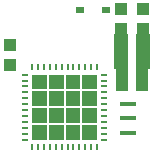
<source format=gbr>
G04 EAGLE Gerber RS-274X export*
G75*
%MOMM*%
%FSLAX34Y34*%
%LPD*%
%INSolderpaste Bottom*%
%IPPOS*%
%AMOC8*
5,1,8,0,0,1.08239X$1,22.5*%
G01*
%ADD10R,1.300000X1.500000*%
%ADD11R,1.100000X1.000000*%
%ADD12R,0.550000X0.254000*%
%ADD13R,0.254000X0.550000*%
%ADD14R,1.399997X0.400000*%
%ADD15R,0.800000X0.500000*%

G36*
X-10460Y-19826D02*
X-10460Y-19826D01*
X-10457Y-19827D01*
X-10414Y-19807D01*
X-10371Y-19789D01*
X-10370Y-19787D01*
X-10368Y-19786D01*
X-10335Y-19701D01*
X-10335Y-7477D01*
X-10336Y-7475D01*
X-10335Y-7473D01*
X-10355Y-7430D01*
X-10374Y-7386D01*
X-10376Y-7386D01*
X-10377Y-7384D01*
X-10462Y-7351D01*
X-22686Y-7351D01*
X-22688Y-7352D01*
X-22690Y-7351D01*
X-22733Y-7371D01*
X-22776Y-7389D01*
X-22777Y-7391D01*
X-22779Y-7392D01*
X-22812Y-7477D01*
X-22812Y-19701D01*
X-22811Y-19703D01*
X-22812Y-19705D01*
X-22792Y-19748D01*
X-22773Y-19792D01*
X-22771Y-19792D01*
X-22770Y-19794D01*
X-22686Y-19827D01*
X-10462Y-19827D01*
X-10460Y-19826D01*
G37*
G36*
X17989Y-19826D02*
X17989Y-19826D01*
X17991Y-19827D01*
X18034Y-19807D01*
X18077Y-19789D01*
X18078Y-19787D01*
X18080Y-19786D01*
X18113Y-19701D01*
X18113Y-7477D01*
X18112Y-7475D01*
X18113Y-7473D01*
X18093Y-7430D01*
X18074Y-7386D01*
X18072Y-7386D01*
X18071Y-7384D01*
X17987Y-7351D01*
X5763Y-7351D01*
X5761Y-7352D01*
X5758Y-7351D01*
X5715Y-7371D01*
X5672Y-7389D01*
X5671Y-7391D01*
X5669Y-7392D01*
X5636Y-7477D01*
X5636Y-19701D01*
X5637Y-19703D01*
X5636Y-19705D01*
X5656Y-19748D01*
X5675Y-19792D01*
X5677Y-19792D01*
X5678Y-19794D01*
X5763Y-19827D01*
X17987Y-19827D01*
X17989Y-19826D01*
G37*
G36*
X3765Y-19826D02*
X3765Y-19826D01*
X3767Y-19827D01*
X3810Y-19807D01*
X3853Y-19789D01*
X3854Y-19787D01*
X3856Y-19786D01*
X3889Y-19701D01*
X3889Y-7477D01*
X3888Y-7475D01*
X3889Y-7473D01*
X3869Y-7430D01*
X3850Y-7386D01*
X3848Y-7386D01*
X3847Y-7384D01*
X3763Y-7351D01*
X-8462Y-7351D01*
X-8464Y-7352D01*
X-8466Y-7351D01*
X-8509Y-7371D01*
X-8552Y-7389D01*
X-8553Y-7391D01*
X-8555Y-7392D01*
X-8588Y-7477D01*
X-8588Y-19701D01*
X-8587Y-19703D01*
X-8588Y-19705D01*
X-8568Y-19748D01*
X-8549Y-19792D01*
X-8547Y-19792D01*
X-8546Y-19794D01*
X-8462Y-19827D01*
X3763Y-19827D01*
X3765Y-19826D01*
G37*
G36*
X32213Y-19826D02*
X32213Y-19826D01*
X32215Y-19827D01*
X32258Y-19807D01*
X32301Y-19789D01*
X32302Y-19787D01*
X32304Y-19786D01*
X32337Y-19701D01*
X32337Y-7477D01*
X32336Y-7475D01*
X32337Y-7473D01*
X32317Y-7430D01*
X32298Y-7386D01*
X32296Y-7386D01*
X32295Y-7384D01*
X32211Y-7351D01*
X19987Y-7351D01*
X19985Y-7352D01*
X19982Y-7351D01*
X19939Y-7371D01*
X19896Y-7389D01*
X19895Y-7391D01*
X19893Y-7392D01*
X19860Y-7477D01*
X19860Y-19701D01*
X19861Y-19703D01*
X19860Y-19705D01*
X19880Y-19748D01*
X19899Y-19792D01*
X19901Y-19792D01*
X19902Y-19794D01*
X19987Y-19827D01*
X32211Y-19827D01*
X32213Y-19826D01*
G37*
G36*
X17989Y-34050D02*
X17989Y-34050D01*
X17991Y-34051D01*
X18034Y-34031D01*
X18077Y-34013D01*
X18078Y-34011D01*
X18080Y-34010D01*
X18113Y-33925D01*
X18113Y-21701D01*
X18112Y-21699D01*
X18113Y-21697D01*
X18093Y-21654D01*
X18074Y-21610D01*
X18072Y-21610D01*
X18071Y-21608D01*
X17987Y-21575D01*
X5763Y-21575D01*
X5761Y-21576D01*
X5758Y-21575D01*
X5715Y-21595D01*
X5672Y-21613D01*
X5671Y-21615D01*
X5669Y-21616D01*
X5636Y-21701D01*
X5636Y-33925D01*
X5637Y-33927D01*
X5636Y-33929D01*
X5656Y-33972D01*
X5675Y-34016D01*
X5677Y-34016D01*
X5678Y-34018D01*
X5763Y-34051D01*
X17987Y-34051D01*
X17989Y-34050D01*
G37*
G36*
X-10460Y-34050D02*
X-10460Y-34050D01*
X-10457Y-34051D01*
X-10414Y-34031D01*
X-10371Y-34013D01*
X-10370Y-34011D01*
X-10368Y-34010D01*
X-10335Y-33925D01*
X-10335Y-21701D01*
X-10336Y-21699D01*
X-10335Y-21697D01*
X-10355Y-21654D01*
X-10374Y-21610D01*
X-10376Y-21610D01*
X-10377Y-21608D01*
X-10462Y-21575D01*
X-22686Y-21575D01*
X-22688Y-21576D01*
X-22690Y-21575D01*
X-22733Y-21595D01*
X-22776Y-21613D01*
X-22777Y-21615D01*
X-22779Y-21616D01*
X-22812Y-21701D01*
X-22812Y-33925D01*
X-22811Y-33927D01*
X-22812Y-33929D01*
X-22792Y-33972D01*
X-22773Y-34016D01*
X-22771Y-34016D01*
X-22770Y-34018D01*
X-22686Y-34051D01*
X-10462Y-34051D01*
X-10460Y-34050D01*
G37*
G36*
X3765Y-34050D02*
X3765Y-34050D01*
X3767Y-34051D01*
X3810Y-34031D01*
X3853Y-34013D01*
X3854Y-34011D01*
X3856Y-34010D01*
X3889Y-33925D01*
X3889Y-21701D01*
X3888Y-21699D01*
X3889Y-21697D01*
X3869Y-21654D01*
X3850Y-21610D01*
X3848Y-21610D01*
X3847Y-21608D01*
X3763Y-21575D01*
X-8462Y-21575D01*
X-8464Y-21576D01*
X-8466Y-21575D01*
X-8509Y-21595D01*
X-8552Y-21613D01*
X-8553Y-21615D01*
X-8555Y-21616D01*
X-8588Y-21701D01*
X-8588Y-33925D01*
X-8587Y-33927D01*
X-8588Y-33929D01*
X-8568Y-33972D01*
X-8549Y-34016D01*
X-8547Y-34016D01*
X-8546Y-34018D01*
X-8462Y-34051D01*
X3763Y-34051D01*
X3765Y-34050D01*
G37*
G36*
X32213Y-34050D02*
X32213Y-34050D01*
X32215Y-34051D01*
X32258Y-34031D01*
X32301Y-34013D01*
X32302Y-34011D01*
X32304Y-34010D01*
X32337Y-33925D01*
X32337Y-21701D01*
X32336Y-21699D01*
X32337Y-21697D01*
X32317Y-21654D01*
X32298Y-21610D01*
X32296Y-21610D01*
X32295Y-21608D01*
X32211Y-21575D01*
X19987Y-21575D01*
X19985Y-21576D01*
X19982Y-21575D01*
X19939Y-21595D01*
X19896Y-21613D01*
X19895Y-21615D01*
X19893Y-21616D01*
X19860Y-21701D01*
X19860Y-33925D01*
X19861Y-33927D01*
X19860Y-33929D01*
X19880Y-33972D01*
X19899Y-34016D01*
X19901Y-34016D01*
X19902Y-34018D01*
X19987Y-34051D01*
X32211Y-34051D01*
X32213Y-34050D01*
G37*
G36*
X-10460Y-48274D02*
X-10460Y-48274D01*
X-10457Y-48275D01*
X-10414Y-48255D01*
X-10371Y-48237D01*
X-10370Y-48235D01*
X-10368Y-48234D01*
X-10335Y-48149D01*
X-10335Y-35925D01*
X-10336Y-35923D01*
X-10335Y-35921D01*
X-10355Y-35878D01*
X-10374Y-35834D01*
X-10376Y-35834D01*
X-10377Y-35832D01*
X-10462Y-35799D01*
X-22686Y-35799D01*
X-22688Y-35800D01*
X-22690Y-35799D01*
X-22733Y-35819D01*
X-22776Y-35837D01*
X-22777Y-35839D01*
X-22779Y-35840D01*
X-22812Y-35925D01*
X-22812Y-48149D01*
X-22811Y-48151D01*
X-22812Y-48153D01*
X-22792Y-48196D01*
X-22773Y-48240D01*
X-22771Y-48240D01*
X-22770Y-48242D01*
X-22686Y-48275D01*
X-10462Y-48275D01*
X-10460Y-48274D01*
G37*
G36*
X17989Y-48274D02*
X17989Y-48274D01*
X17991Y-48275D01*
X18034Y-48255D01*
X18077Y-48237D01*
X18078Y-48235D01*
X18080Y-48234D01*
X18113Y-48149D01*
X18113Y-35925D01*
X18112Y-35923D01*
X18113Y-35921D01*
X18093Y-35878D01*
X18074Y-35834D01*
X18072Y-35834D01*
X18071Y-35832D01*
X17987Y-35799D01*
X5763Y-35799D01*
X5761Y-35800D01*
X5758Y-35799D01*
X5715Y-35819D01*
X5672Y-35837D01*
X5671Y-35839D01*
X5669Y-35840D01*
X5636Y-35925D01*
X5636Y-48149D01*
X5637Y-48151D01*
X5636Y-48153D01*
X5656Y-48196D01*
X5675Y-48240D01*
X5677Y-48240D01*
X5678Y-48242D01*
X5763Y-48275D01*
X17987Y-48275D01*
X17989Y-48274D01*
G37*
G36*
X3765Y-48274D02*
X3765Y-48274D01*
X3767Y-48275D01*
X3810Y-48255D01*
X3853Y-48237D01*
X3854Y-48235D01*
X3856Y-48234D01*
X3889Y-48149D01*
X3889Y-35925D01*
X3888Y-35923D01*
X3889Y-35921D01*
X3869Y-35878D01*
X3850Y-35834D01*
X3848Y-35834D01*
X3847Y-35832D01*
X3763Y-35799D01*
X-8462Y-35799D01*
X-8464Y-35800D01*
X-8466Y-35799D01*
X-8509Y-35819D01*
X-8552Y-35837D01*
X-8553Y-35839D01*
X-8555Y-35840D01*
X-8588Y-35925D01*
X-8588Y-48149D01*
X-8587Y-48151D01*
X-8588Y-48153D01*
X-8568Y-48196D01*
X-8549Y-48240D01*
X-8547Y-48240D01*
X-8546Y-48242D01*
X-8462Y-48275D01*
X3763Y-48275D01*
X3765Y-48274D01*
G37*
G36*
X32213Y-48274D02*
X32213Y-48274D01*
X32215Y-48275D01*
X32258Y-48255D01*
X32301Y-48237D01*
X32302Y-48235D01*
X32304Y-48234D01*
X32337Y-48149D01*
X32337Y-35925D01*
X32336Y-35923D01*
X32337Y-35921D01*
X32317Y-35878D01*
X32298Y-35834D01*
X32296Y-35834D01*
X32295Y-35832D01*
X32211Y-35799D01*
X19987Y-35799D01*
X19985Y-35800D01*
X19982Y-35799D01*
X19939Y-35819D01*
X19896Y-35837D01*
X19895Y-35839D01*
X19893Y-35840D01*
X19860Y-35925D01*
X19860Y-48149D01*
X19861Y-48151D01*
X19860Y-48153D01*
X19880Y-48196D01*
X19899Y-48240D01*
X19901Y-48240D01*
X19902Y-48242D01*
X19987Y-48275D01*
X32211Y-48275D01*
X32213Y-48274D01*
G37*
G36*
X3765Y-62498D02*
X3765Y-62498D01*
X3767Y-62499D01*
X3810Y-62479D01*
X3853Y-62461D01*
X3854Y-62459D01*
X3856Y-62458D01*
X3889Y-62373D01*
X3889Y-50149D01*
X3888Y-50147D01*
X3889Y-50145D01*
X3869Y-50102D01*
X3850Y-50058D01*
X3848Y-50058D01*
X3847Y-50056D01*
X3763Y-50023D01*
X-8462Y-50023D01*
X-8464Y-50024D01*
X-8466Y-50023D01*
X-8509Y-50043D01*
X-8552Y-50061D01*
X-8553Y-50063D01*
X-8555Y-50064D01*
X-8588Y-50149D01*
X-8588Y-62373D01*
X-8587Y-62375D01*
X-8588Y-62377D01*
X-8568Y-62420D01*
X-8549Y-62464D01*
X-8547Y-62464D01*
X-8546Y-62466D01*
X-8462Y-62499D01*
X3763Y-62499D01*
X3765Y-62498D01*
G37*
G36*
X17989Y-62498D02*
X17989Y-62498D01*
X17991Y-62499D01*
X18034Y-62479D01*
X18077Y-62461D01*
X18078Y-62459D01*
X18080Y-62458D01*
X18113Y-62373D01*
X18113Y-50149D01*
X18112Y-50147D01*
X18113Y-50145D01*
X18093Y-50102D01*
X18074Y-50058D01*
X18072Y-50058D01*
X18071Y-50056D01*
X17987Y-50023D01*
X5763Y-50023D01*
X5761Y-50024D01*
X5758Y-50023D01*
X5715Y-50043D01*
X5672Y-50061D01*
X5671Y-50063D01*
X5669Y-50064D01*
X5636Y-50149D01*
X5636Y-62373D01*
X5637Y-62375D01*
X5636Y-62377D01*
X5656Y-62420D01*
X5675Y-62464D01*
X5677Y-62464D01*
X5678Y-62466D01*
X5763Y-62499D01*
X17987Y-62499D01*
X17989Y-62498D01*
G37*
G36*
X32213Y-62498D02*
X32213Y-62498D01*
X32215Y-62499D01*
X32258Y-62479D01*
X32301Y-62461D01*
X32302Y-62459D01*
X32304Y-62458D01*
X32337Y-62373D01*
X32337Y-50149D01*
X32336Y-50147D01*
X32337Y-50145D01*
X32317Y-50102D01*
X32298Y-50058D01*
X32296Y-50058D01*
X32295Y-50056D01*
X32211Y-50023D01*
X19987Y-50023D01*
X19985Y-50024D01*
X19982Y-50023D01*
X19939Y-50043D01*
X19896Y-50061D01*
X19895Y-50063D01*
X19893Y-50064D01*
X19860Y-50149D01*
X19860Y-62373D01*
X19861Y-62375D01*
X19860Y-62377D01*
X19880Y-62420D01*
X19899Y-62464D01*
X19901Y-62464D01*
X19902Y-62466D01*
X19987Y-62499D01*
X32211Y-62499D01*
X32213Y-62498D01*
G37*
G36*
X-10460Y-62498D02*
X-10460Y-62498D01*
X-10457Y-62499D01*
X-10414Y-62479D01*
X-10371Y-62461D01*
X-10370Y-62459D01*
X-10368Y-62458D01*
X-10335Y-62373D01*
X-10335Y-50149D01*
X-10336Y-50147D01*
X-10335Y-50145D01*
X-10355Y-50102D01*
X-10374Y-50058D01*
X-10376Y-50058D01*
X-10377Y-50056D01*
X-10462Y-50023D01*
X-22686Y-50023D01*
X-22688Y-50024D01*
X-22690Y-50023D01*
X-22733Y-50043D01*
X-22776Y-50061D01*
X-22777Y-50063D01*
X-22779Y-50064D01*
X-22812Y-50149D01*
X-22812Y-62373D01*
X-22811Y-62375D01*
X-22812Y-62377D01*
X-22792Y-62420D01*
X-22773Y-62464D01*
X-22771Y-62464D01*
X-22770Y-62466D01*
X-22686Y-62499D01*
X-10462Y-62499D01*
X-10460Y-62498D01*
G37*
D10*
X52413Y4763D03*
X71413Y4763D03*
D11*
X53413Y-6350D03*
X70413Y-6350D03*
X53413Y-15875D03*
X70413Y-15875D03*
D10*
X52413Y19050D03*
X71413Y19050D03*
D11*
X52388Y31188D03*
X52388Y48188D03*
X71438Y48188D03*
X71438Y31188D03*
X-41275Y18025D03*
X-41275Y1025D03*
D12*
X38563Y-7418D03*
X38563Y-12419D03*
X38563Y-17421D03*
X38563Y-22422D03*
X38563Y-27423D03*
X38563Y-32424D03*
X38563Y-37426D03*
X38563Y-42427D03*
X38563Y-47428D03*
X38563Y-52429D03*
X38563Y-57431D03*
X38563Y-62432D03*
D13*
X32270Y-68725D03*
X27269Y-68725D03*
X22267Y-68725D03*
X17266Y-68725D03*
X12265Y-68725D03*
X7264Y-68725D03*
X2262Y-68725D03*
X-2740Y-68725D03*
X-7741Y-68725D03*
X-12742Y-68725D03*
X-17744Y-68725D03*
X-22745Y-68725D03*
D12*
X-29038Y-62432D03*
X-29038Y-57431D03*
X-29038Y-52429D03*
X-29038Y-47428D03*
X-29038Y-42427D03*
X-29038Y-37426D03*
X-29038Y-32424D03*
X-29038Y-27423D03*
X-29038Y-22422D03*
X-29038Y-17421D03*
X-29038Y-12419D03*
X-29038Y-7418D03*
D13*
X-22745Y-1125D03*
X-17744Y-1125D03*
X-12742Y-1125D03*
X-7741Y-1125D03*
X-2740Y-1125D03*
X2262Y-1125D03*
X7264Y-1125D03*
X12265Y-1125D03*
X17266Y-1125D03*
X22267Y-1125D03*
X27269Y-1125D03*
X32270Y-1125D03*
D14*
X58738Y-56450D03*
X58738Y-44450D03*
X58738Y-32450D03*
D15*
X17575Y47625D03*
X39575Y47625D03*
M02*

</source>
